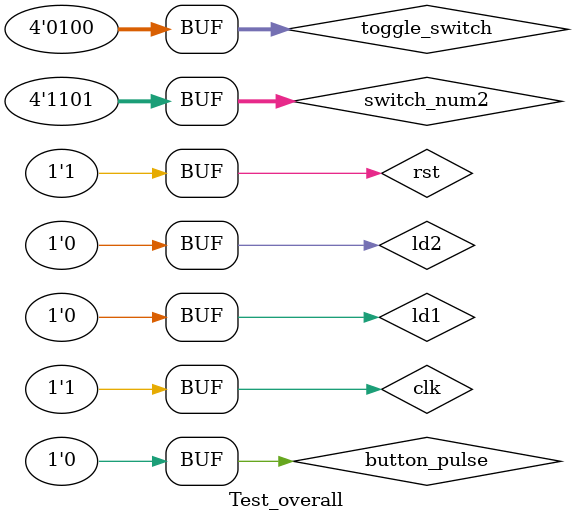
<source format=v>
`timescale 10ns/100ps
module Test_overall();

reg[3:0]  switch_num2;
 reg button_pulse,ld1,ld2,rst,clk;
 reg [3:0] toggle_switch;
 wire[6:0] sevenseg_num1, sevenseg_num2, sevenseg_sum;
 wire green_led, red_led;
// wire [3:0]address,q;

Lab4_Sohail_M lab(button_pulse,toggle_switch,rst,clk,ld1,ld2,switch_num2,green_led,red_led,sevenseg_num1,sevenseg_num2,sevenseg_sum);
 
always begin
	#5 clk =0;
	#5 clk =1;
end

initial begin

switch_num2 = 4'b1101;
 ld1=0;
 ld2=0;


rst=0;
 ld1=0;
 ld2=0;
rst=1;
 ld1=0;
 ld2=0;

 ld1=0;
 ld2=0;	
#15 button_pulse=0;
#5 toggle_switch=4'b0001;

#15 button_pulse=0;

#5 toggle_switch=4'b0010;

#15 button_pulse=0;

/*#5 toggle_switch=1;
@(posedge clk);
#15 button_pulse=1;
@(posedge clk);
#5 button_pulse=0;
@(posedge clk);
@(posedge clk);
@(posedge clk);
@(posedge clk);
@(posedge clk);
#5 toggle_switch=0;
@(posedge clk);
#15 button_pulse=1;
@(posedge clk);
#5 button_pulse=0;
@(posedge clk);
@(posedge clk);
@(posedge clk);
@(posedge clk);
@(posedge clk);
#5 toggle_switch=1;
@(posedge clk);
#15 button_pulse=1;
@(posedge clk);
#5 button_pulse=0;
@(posedge clk);
@(posedge clk);
@(posedge clk);
@(posedge clk);
@(posedge clk);
#5 toggle_switch=0;
@(posedge clk);
#15 button_pulse=1;
@(posedge clk);
#5 button_pulse=0;
@(posedge clk);
@(posedge clk);
@(posedge clk);
@(posedge clk);
#5 toggle_switch=1;
@(posedge clk);
#15 button_pulse=1;
@(posedge clk);
#5 button_pulse=0;*/

#5 toggle_switch=4'b0011;

#15 button_pulse=1;

#5 toggle_switch=4'b0100;

#15 button_pulse=0;

	


end

endmodule

</source>
